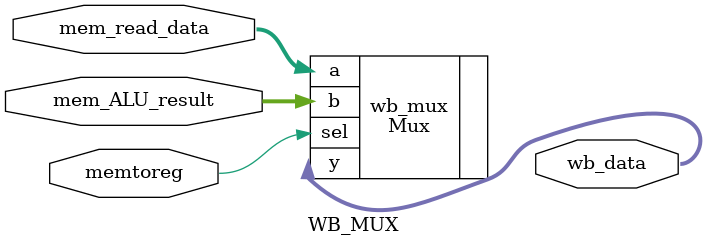
<source format=v>
`timescale 1ns / 1ps
module WB_MUX(
    output wire [31:0] wb_data,
    input wire [31:0] mem_read_data, mem_ALU_result,
    input wire memtoreg
    );
    
    Mux wb_mux (
    .a(mem_read_data),
    .b(mem_ALU_result),
    .y(wb_data),
    .sel(memtoreg)
    );
endmodule

</source>
